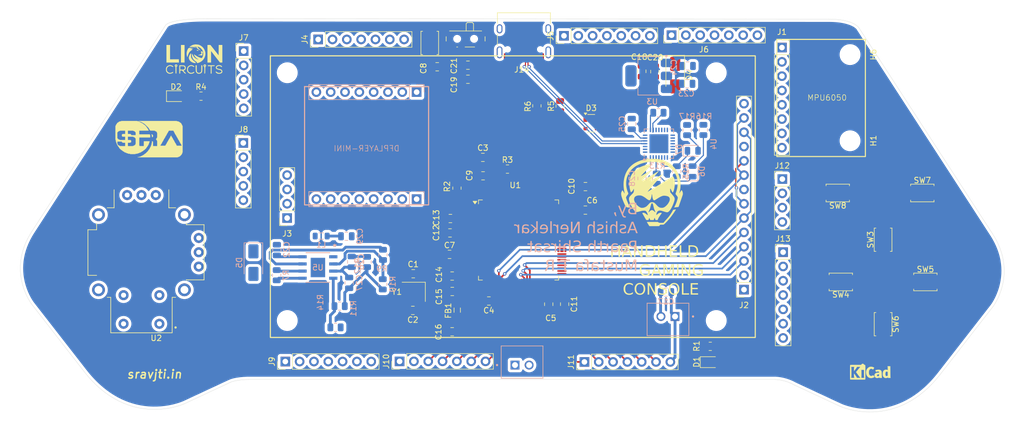
<source format=kicad_pcb>
(kicad_pcb (version 20241229) (generator "pcbnew") (generator_version "9.0")
  (layers (0 "F.Cu" signal) (2 "B.Cu" power) (13 "F.Paste" user) (15 "B.Paste" user) (5 "F.SilkS" user "F.Silkscreen") (7 "B.SilkS" user "B.Silkscreen") (1 "F.Mask" user) (3 "B.Mask" user) (25 "Edge.Cuts" user))
  (net 0 "")
  (net 1 "GND")
  (net 2 "/3.3V")
  (net 3 "/NRST")
  (net 4 "/HSE_IN")
  (net 5 "/HSE_OUT")
  (net 6 "Net-(C16-Pad1)")
  (net 7 "/SPI1_MISO")
  (net 8 "/SPI1_MOSI")
  (net 9 "/SPI1_SLK")
  (net 10 "/5V")
  (net 11 "Net-(U1-VDDA)")
  (net 12 "/RST")
  (net 13 "Net-(C26-Pad2)")
  (net 14 "/VBUS")
  (net 15 "Net-(D1-A)")
  (net 16 "/I2C2_SCL")
  (net 17 "/I2C2_SDA")
  (net 18 "Net-(U1-VCAP_1)")
  (net 19 "Net-(U1-VCAP_2)")
  (net 20 "Net-(D2-A)")
  (net 21 "/INT")
  (net 22 "/sw_boot0")
  (net 23 "Net-(D6-K)")
  (net 24 "Net-(D7-A)")
  (net 25 "Net-(D7-K)")
  (net 26 "/DC")
  (net 27 "/RESET")
  (net 28 "/IN")
  (net 29 "/T_CS")
  (net 30 "/L_CS")
  (net 31 "/12V")
  (net 32 "/SD_CS")
  (net 33 "/USART3_RX")
  (net 34 "Net-(D5-K)")
  (net 35 "/D-")
  (net 36 "/D+")
  (net 37 "/USART3_TX")
  (net 38 "/Push1")
  (net 39 "/Push2")
  (net 40 "/Push3")
  (net 41 "/Push4")
  (net 42 "/Push5")
  (net 43 "/Push6")
  (net 44 "/SPK1")
  (net 45 "/SPK2")
  (net 46 "/USART1_RX")
  (net 47 "/USART1_TX")
  (net 48 "Net-(D6-A)")
  (net 49 "Net-(U1-BOOT0)")
  (net 50 "/PA14")
  (net 51 "/PB0")
  (net 52 "/PC10")
  (net 53 "/PE3")
  (net 54 "/PB8")
  (net 55 "/PE15")
  (net 56 "/PA1")
  (net 57 "/PD1")
  (net 58 "/PC4")
  (net 59 "/PB4")
  (net 60 "/SW")
  (net 61 "/PC11")
  (net 62 "/PC1")
  (net 63 "/PD7")
  (net 64 "/PC0")
  (net 65 "/PC2")
  (net 66 "/PE2")
  (net 67 "/PE0")
  (net 68 "/PC3")
  (net 69 "/PA12")
  (net 70 "/PE13")
  (net 71 "/PA0")
  (net 72 "/PE5")
  (net 73 "/PB5")
  (net 74 "/H")
  (net 75 "/PE6")
  (net 76 "/PE7")
  (net 77 "/PA8")
  (net 78 "/PC5")
  (net 79 "/PD15")
  (net 80 "/PB3")
  (net 81 "/PD0")
  (net 82 "/PA13")
  (net 83 "/PB14")
  (net 84 "/EN")
  (net 85 "/PB1")
  (net 86 "/PA15")
  (net 87 "/PA11")
  (net 88 "/PC8")
  (net 89 "/PC15")
  (net 90 "/PC7")
  (net 91 "/PE14")
  (net 92 "/PA3")
  (net 93 "/PA2")
  (net 94 "/PE1")
  (net 95 "/PB9")
  (net 96 "/PC14")
  (net 97 "/PC13")
  (net 98 "/PC12")
  (net 99 "/PD2")
  (net 100 "/PC9")
  (net 101 "/V")
  (net 102 "/PA4")
  (net 103 "/PD6")
  (net 104 "/PB13")
  (net 105 "/PE8")
  (net 106 "/PE4")
  (net 107 "/PB15")
  (net 108 "Net-(U5-BST)")
  (net 109 "/RLED")
  (net 110 "Net-(U4-VDD)")
  (net 111 "Net-(U5-COMP)")
  (net 112 "Net-(U4-~{DTR})")
  (net 113 "Net-(U5-FREQ)")
  (net 114 "Net-(U4-~{RST})")
  (net 115 "Net-(U5-FB)")
  (net 138 "/PE12")
  (net 143 "Net-(J14-CC1)")
  (net 144 "Net-(J14-CC2)")
  (footprint "Resistor_SMD:R_0805_2012Metric" (layer "F.Cu") (at 92.44 77.63)
    (property "Reference" "R4")
    (property "Value" "0.3k")
  )
  (footprint "Logos:Lions_logo" (layer "F.Cu") (at 91.200484 71.049912)
    (property "Reference" "G***" (hide yes))
    (property "Value" "LOGO" (hide yes))
  )
  (footprint "Connector_PinHeader_2.54mm:PinHeader_1x07_P2.54mm_Vertical" (layer "F.Cu") (at 113.22 67.56 90)
    (property "Reference" "J4")
    (property "Value" "Conn_01x07_Pin")
  )
  (footprint "Connector_PinSocket_2.54mm:PinSocket_1x08_P2.54mm_Vertical" (layer "F.Cu") (at 195.47 69)
    (property "Reference" "J1")
    (property "Value" "MPU6050")
  )
  (footprint "JOYSTICK:XDCR_COM-09032" (layer "F.Cu") (at 81.88 105.35 180)
    (property "Reference" "U2")
    (property "Value" "JOYSTICK")
  )
  (footprint "Capacitor_SMD:C_0805_2012Metric" (layer "F.Cu") (at 160.61 97.86)
    (property "Reference" "C6")
    (property "Value" "2.2 µF")
  )
  (footprint "Logos:kicad_logo" (layer "F.Cu") (at 211.107538 126.511703)
    (property "Reference" "G***" (hide yes))
    (property "Value" "LOGO" (hide yes))
  )
  (footprint "Capacitor_SMD:C_0805_2012Metric" (layer "F.Cu") (at 154.11 114.57 -90)
    (property "Reference" "C5")
    (property "Value" "2.2 µF")
  )
  (footprint "Button_Switch_SMD:SW_Push_SPST_NO_Alps_SKRK" (layer "F.Cu") (at 220.37 94.82)
    (property "Reference" "SW7")
    (property "Value" "SW_Push")
  )
  (footprint "Capacitor_SMD:C_0805_2012Metric" (layer "F.Cu") (at 130.08 109.16)
    (property "Reference" "C1")
    (property "Value" "CL")
  )
  (footprint "Capacitor_SMD:C_0805_2012Metric" (layer "F.Cu") (at 142.46 91.77)
    (property "Reference" "C9")
    (property "Value" "100n")
  )
  (footprint "Button_Switch_SMD:SW_Push_SPST_NO_Alps_SKRK" (layer "F.Cu") (at 205.91 110.62 180)
    (property "Reference" "SW4")
    (property "Value" "SW_Push")
  )
  (footprint "Capacitor_SMD:C_0805_2012Metric" (layer "F.Cu") (at 136.52 105.72 180)
    (property "Reference" "C7")
    (property "Value" "100n")
  )
  (footprint "Connector_PinHeader_2.54mm:PinHeader_1x05_P2.54mm_Vertical" (layer "F.Cu") (at 99.94 85.94)
    (property "Reference" "J8")
    (property "Value" "Conn_01x05_Pin")
  )
  (footprint "Connector_USB:USB_C_Receptacle_HRO_TYPE-C-31-M-12" (layer "F.Cu") (at 149.71 66.72 180)
    (property "Reference" "J14")
    (property "Value" "USB_C_Receptacle_USB2.0_16P")
  )
  (footprint "Capacitor_SMD:C_0805_2012Metric" (layer "F.Cu") (at 139.78 72.13 180)
    (property "Reference" "C21")
    (property "Value" "100nF")
  )
  (footprint "Button_Switch_SMD:SW_Push_SPST_NO_Alps_SKRK" (layer "F.Cu") (at 133.01 68.18 -90)
    (property "Reference" "SW2" (hide yes))
    (property "Value" "SW_Push")
  )
  (footprint "Logos:sra_logo_big" (layer "F.Cu") (at 83.21 85.26)
    (property "Reference" "G***" (hide yes))
    (property "Value" "LOGO" (hide yes))
  )
  (footprint "Button_Switch_SMD:SW_Push_SPST_NO_Alps_SKRK" (layer "F.Cu") (at 205.37 94.82 180)
    (property "Reference" "SW8")
    (property "Value" "SW_Push")
  )
  (footprint "Capacitor_SMD:C_0805_2012Metric" (layer "F.Cu") (at 136.98 119.46 180)
    (property "Reference" "C16")
    (property "Value" "1u")
  )
  (footprint "MountingHole:MountingHole_3.2mm_M3" (layer "F.Cu") (at 107.74 73.47)
    (property "Reference" "H8" (hide yes))
    (property "Value" "MountingHole")
  )
  (footprint "Connector_PinHeader_2.54mm:PinHeader_1x07_P2.54mm_Vertical" (layer "F.Cu") (at 156.81 66.91 90)
    (property "Reference" "J5")
    (property "Value" "Conn_01x07_Pin")
  )
  (footprint "Capacitor_SMD:C_0805_2012Metric" (layer "F.Cu") (at 136.67 99.36 180)
    (property "Reference" "C13")
    (property "Value" "100n")
  )
  (footprint "Connector_PinHeader_2.54mm:PinHeader_1x07_P2.54mm_Vertical" (layer "F.Cu") (at 127.66 124.72 90)
    (property "Reference" "J10")
    (property "Value" "Conn_01x07_Pin")
  )
  (footprint "Capacitor_SMD:C_0805_2012Metric" (layer "F.Cu") (at 142.43 88.5)
    (property "Reference" "C3")
    (property "Value" "4.7u")
  )
  (footprint "Diode_SMD:D_SMA" (layer "F.Cu") (at 176.54 73.9 -90)
    (property "Reference" "D4")
    (property "Value" "SS14")
  )
  (footprint "Resistor_SMD:R_0805_2012Metric" (layer "F.Cu") (at 137.83 93.96 90)
    (property "Reference" "R2")
    (property "Value" "10K")
  )
  (footprint "Resistor_SMD:R_0805_2012Metric" (layer "F.Cu") (at 146.79 90.58)
    (property "Reference" "R3")
    (property "Value" "10k")
  )
  (footprint "Capacitor_SMD:C_0805_2012Metric" (layer "F.Cu") (at 160.62 93.69)
    (property "Reference" "C10")
    (property "Value" "100n")
  )
  (footprint "Button_Switch_SMD:SW_Push_SPST_NO_Alps_SKRK" (layer "F.Cu") (at 220.91 110.62)
    (property "Reference" "SW5")
    (property "Value" "SW_Push")
  )
  (footprint "Connector_PinSocket_2.54mm:PinSocket_1x14_P2.54mm_Vertical" (layer "F.Cu") (at 188.74 111.98 180)
    (property "Reference" "J2")
    (property "Value" "DISPLAY")
  )
  (footprint "Connector_PinHeader_2.54mm:PinHeader_1x07_P2.54mm_Vertical" (layer "F.Cu") (at 160.44 124.82 90)
    (property "Reference" "J11")
    (property "Value" "Conn_01x07_Pin")
  )
  (footprint "Connector_PinHeader_2.54mm:PinHeader_1x05_P2.54mm_Vertical" (layer "F.Cu") (at 100.01 69.63)
    (property "Reference" "J7")
    (property "Value" "Conn_01x05_Pin")
  )
  (footprint "Inductor_SMD:L_0805_2012Metric" (layer "F.Cu") (at 137.88 115.62 90)
    (property "Reference" "FB1")
    (property "Value" "120R")
  )
  (footprint "Package_TO_SOT_SMD:SOT-143" (layer "F.Cu") (at 161.63 82.45)
    (property "Reference" "D3")
    (property "Value" "SP0503BAHT")
  )
  (footprint "Resistor_SMD:R_0805_2012Metric" (layer "F.Cu") (at 152.01 79.35 -90)
    (property "Reference" "R6")
    (property "Value" "5.1K")
  )
  (footprint "Resistor_SMD:R_0805_2012Metric" (layer "F.Cu") (at 156.13 79.4 -90)
    (property "Reference" "R5")
    (property "Value" "5.1K")
  )
  (footprint "MountingHole:MountingHole_3.2mm_M3" (layer "F.Cu") (at 183.82 73.47)
    (property "Reference" "H7" (hide yes))
    (property "Value" "MountingHole")
  )
  (footprint "Capacitor_SMD:C_0805_2012Metric" (layer "F.Cu") (at 134.33 72.41 180)
    (property "Reference" "C8")
    (property "Value" "100n")
  )
  (footprint "Capacitor_SMD:C_0805_2012Metric" (layer "F.Cu") (at 170.62 73.21 90)
    (property "Reference" "C18")
    (property "Value" "10uF")
  )
  (footprint "MountingHole:MountingHole_3.2mm_M3" (layer "F.Cu") (at 183.82 117.47)
    (property "Reference" "H2" (hide yes))
    (property "Value" "MountingHole")
  )
  (footprint "Button_Switch_SMD:SW_Push_SPST_NO_Alps_SKRK" (layer "F.Cu") (at 213.41 118.12 -90)
    (property "Reference" "SW6")
    (property "Value" "SW_Push")
  )
  (footprint "Resistor_SMD:R_0805_2012Metric" (layer "F.Cu") (at 182.76 122.05 180)
    (property "Reference" "R1")
    (property "Value" "0.3k")
  )
  (footprint "Capacitor_SMD:C_0805_2012Metric" (layer "F.Cu") (at 137 112.31 180)
    (property "Reference" "C15")
    (property "Value" "1u")
  )
  (footprint "MountingHole:MountingHole_3.2mm_M3" (layer "F.Cu") (at 107.74 117.47)
    (property "Reference" "H3" (hide yes))
    (property "Value" "MountingHole")
  )
  (footprint "Package_QFP:LQFP-100_14x14mm_P0.5mm" (layer "F.Cu") (at 148.765 103.17)
    (property "Reference" "U1")
    (property "Value" "STM32F407VGTx")
  )
  (footprint "Capacitor_SMD:C_0805_2012Metric" (layer "F.Cu") (at 156.93 114.56 -90)
    (property "Reference" "C11")
    (property "Value" "100n")
  )
  (footprint "MountingHole:MountingHole_3.2mm_M3" (layer "F.Cu") (at 207.55 85.55 -90)
    (property "Reference" "H1")
    (property "Value" "MountingHole")
  )
  (footprint "Capacitor_SMD:C_0805_2012Metric" (layer "F.Cu") (at 136.98 109.57 180)
    (property "Reference" "C14")
    (property "Value" "10n")
  )
  (footprint "LED_SMD:LED_0805_2012Metric" (layer "F.Cu") (at 182.6725 124.86)
    (property "Reference" "D1")
    (property "Value" "LED")
  )
  (footprint "Capacitor_SMD:C_0805_2012Metric" (layer "F.Cu") (at 136.6 101.91 180)
    (property "Reference" "C12")
    (property "Value" "100n")
  )
  (footprint "Capacitor_SMD:C_0805_2012Metric" (layer "F.Cu") (at 172.93 73.27 90)
    (property "Reference" "C20")
    (property "Value" "0.1uF")
  )
  (footprint "Button_Switch_SMD:SW_Push_SPST_NO_Alps_SKRK" (layer "F.Cu") (at 213.41 103.12 90)
    (property "Reference" "SW3")
    (property "Value" "SW_Push")
  )
  (footprint "Connector_PinHeader_2.54mm:PinHeader_1x07_P2.54mm_Vertical" (layer "F.Cu") (at 195.68 105.33)
    (property "Reference" "J13")
    (property "Value" "Conn_01x07_Pin")
  )
  (footprint "Crystal:Crystal_SMD_3225-4Pin_3.2x2.5mm" (layer "F.Cu") (at 130.16 112.38 180)
    (property "Reference" "Y1")
    (property "Value" "Crystal_GND24")
  )
  (footprint "Button_Switch_SMD:SW_SPDT_PCM12" (layer "F.Cu") (at 139.37 67.785 180)
    (property "Reference" "SW1" (hide yes))
    (property "Value" "SW_SPDT")
  )
  (footprint "Capacitor_SMD:C_0805_2012Metric" (layer "F.Cu") (at 130.01 115.67 180)
    (property "Reference" "C2")
    (property "Value" "CL")
  )
  (footprint "Capacitor_SMD:C_0805_2012Metric" (layer "F.Cu") (at 139.78 74.63 180)
    (property "Reference" "C19")
    (property "Value" "100nF")
  )
  (footprint "LED_SMD:LED_0805_2012Metric" (layer "F.Cu") (at 88 77.63)
    (property "Reference" "D2")
    (property "Value" "LED")
  )
  (footprint "Connector_PinHeader_2.54mm:PinHeader_1x04_P2.54mm_Vertical" (layer "F.Cu") (at 195.54 92.35)
    (property "Reference" "J12")
    (property "Value" "Conn_01x04_Pin")
  )
  (footprint "Connector_PinHeader_2.54mm:PinHeader_1x07_P2.54mm_Vertical" (layer "F.Cu") (at 107.39 124.75 90)
    (property "Reference" "J9")
    (property "Value" "Conn_01x07_Pin")
  )
  (footprint "logos:sra_skull_big" (layer "F.Cu") (at 172.49 94.76)
    (property "Reference" "G***" (hide yes))
    (property "Value" "LOGO" (hide yes))
  )
  (footprint "Connector_PinHeader_2.54mm:PinHeader_1x07_P2.54mm_Vertical" (layer "F.Cu") (at 175.89 66.8 90)
    (property "Reference" "J6")
    (property "Value" "Conn_01x07_Pin")
  )
  (footprint "Connector_PinSocket_2.54mm:PinSocket_1x04_P2.54mm_Vertical" (layer "F.Cu") (at 107.715 99.27 180)
    (property "Reference" "J3")
    (property "Value" "SDCARD")
  )
  (footprint "Capacitor_SMD:C_0805_2012Metric" (layer "F.Cu") (at 143.49 114 180)
    (property "Reference" "C4")
    (property "Value" "100n")
  )
  (footprint "MountingHole:MountingHole_3.2mm_M3" (layer "F.Cu") (at 207.55 70.25 -90)
    (property "Reference" "H6")
    (property "Value" "MountingHole")
  )
  (footprint "JST:JST_B2B-XH-A__LF__SN_" (layer "B.Cu") (at 149.38 124.85 180)
    (property "Reference" "J17" (hide yes))
    (property "Value" "B2B-XH-A__LF__SN_")
  )
  (footprint "Package_TO_SOT_SMD:SOT-223-3_TabPin2" (layer "B.Cu") (at 171.84 74.0275 180)
    (property "Reference" "U3")
    (property "Value" "AMS1117-3.3")
  )
  (footprint "Resistor_SMD:R_0805_2012Metric" (layer "B.Cu") (at 121.89 107.07 -90)
    (property "Reference" "R12")
    (property "Value" "68.1k")
  )
  (footprint "Capacitor_SMD:C_0805_2012Metric" (layer "B.Cu") (at 118.22 102.51)
    (property "Reference" "C29")
    (property "Value" "22uF 6.3V")
  )
  (footprint "Capacitor_SMD:C_0805_2012Metric" (layer "B.Cu") (at 170.65 92.24 90)
    (property "Reference" "C28")
    (property "Value" "100nF")
  )
  (footprint "Resistor_SMD:R_0805_2012Metric" (layer "B.Cu") (at 173.56 80.57)
    (property "Reference" "R8" (hide yes))
    (property "Value" "10K")
  )
  (footprint "Capacitor_SMD:C_0805_2012Metric" (layer "B.Cu") (at 119.16415 107.045 90)
    (property "Reference" "C26")
    (property "Value" "220pF")
  )
  (footprint "Resistor_SMD:R_0805_2012Metric" (layer "B.Cu") (at 117.02415 114.915)
    (property "Reference" "R11")
    (property "Value" "40.2k")
  )
  (footprint "Resistor_SMD:R_0805_2012Metric" (layer "B.Cu") (at 176.81 90.99 90)
    (property "Reference" "R15")
    (property "Value" "1K")
  )
  (footprint "Resistor_SMD:R_0805_2012Metric" (layer "B.Cu") (at 181.54 83.63 -90)
    (property "Reference" "R16")
    (property "Value" "0.5K")
  )
  (footprint "LED_SMD:LED_0805_2012Metric" (layer "B.Cu") (at 179.62 90.99 90)
    (property "Reference" "D6")
    (property "Value" "LED")
  )
  (footprint "JST:JST_B2B-XH-A__LF__SN_" (layer "B.Cu") (at 175.26 117.275)
    (property "Reference" "J18" (hide yes))
    (property "Value" "B2B-XH-A__LF__SN_")
  )
  (footprint "LED_SMD:LED_0805_2012Metric" (layer "B.Cu") (at 179.65 87.33)
    (property "Reference" "D7")
    (property "Value" "LED")
  )
  (footprint "Capacitor_SMD:C_0805_2012Metric" (layer "B.Cu") (at 168.83 82.56 -90)
    (property "Reference" "C25")
    (property "Value" "100nF")
  )
  (footprint "Capacitor_SMD:C_0805_2012Metric" (layer "B.Cu") (at 178.66 75.43 180)
    (property "Reference" "C23")
    (property "Value" "22uF")
  )
  (footprint "Resistor_SMD:R_0805_2012Metric" (layer "B.Cu") (at 178.65 83.65 -90)
    (property "Reference" "R17")
    (property "Value" "0.5K")
  )
  (footprint "Resistor_SMD:R_0805_2012Metric" (layer "B.Cu") (at 124.71 105.81 -90)
    (property "Reference" "R9")
    (property "Value" "100k")
  )
  (footprint "Capacitor_SMD:C_0805_2012Metric" (layer "B.Cu") (at 118.71415 110.785 -90)
    (property "Reference" "C27")
    (property "Value" "NS")
  )
  (footprint "Diode_SMD:D_SMA" (layer "B.Cu") (at 101.73415 107.1875 -90)
    (property "Reference" "D5")
    (property "Value" "1N5822")
  )
  (footprint "Capacitor_SMD:C_0805_2012Metric" (layer "B.Cu") (at 105.89415 104.955 -90)
    (property "Reference" "C22")
    (property "Value" "100nF")
  )
  (footprint "Connector_PinSocket_2.54mm:PinSocket_1x08_P2.54mm_Vertical" (layer "B.Cu") (at 130.68 76.91 90)
    (property "Reference" "J16" (hide yes))
    (property "Value" "Conn_01x08_Pin")
  )
  (footprint "Resistor_SMD:R_0805_2012Metric" (layer "B.Cu") (at 173.27 92.27 90)
    (property "Reference" "R13")
    (property "Value" "1K")
  )
  (footprint "Capacitor_SMD:C_0805_2012Metric" (layer "B.Cu") (at 174.9 112.43)
    (property "Reference" "C17")
    (property "Value" "10uF 50V")
  )
  (footprint "Resistor_SMD:R_0805_2012Metric" (layer "B.Cu") (at 105.86415 109.425 90)
    (property "Reference" "R7")
    (property "Value" "200k")
  )
  (footprint "Package_DFN_QFN:QFN-28-1EP_5x5mm_P0.5mm_EP3.35x3.35mm" (layer "B.Cu") (at 173.65 86.07)
    (property "Reference" "U4")
    (property "Value" "CP2102N-Axx-xQFN28")
  )
  (footprint "Connector_PinSocket_2.54mm:PinSocket_1x08_P2.54mm_Vertical" (layer "B.Cu") (at 130.68 95.91 90)
    (property "Reference" "J15" (hide yes))
    (property "Value" "Conn_01x08_Pin")
  )
  (footprint "Inductor_SMD:L_0805_2012Metric" (layer "B.Cu") (at 113.75 102.47)
    (property "Reference" "L1")
    (property "Value" "10uH")
  )
  (footprint "footprints:SOIC8E_MPS" (layer "B.Cu") (at 113.17415 108.055 180)
    (property "Reference" "U5")
    (property "Value" "MP1584EN-LF")
  )
  (footprint "Resistor_SMD:R_0805_2012Metric" (layer "B.Cu") (at 124.67 111.04 -90)
    (property "Reference" "R10")
    (property "Value" "24.9k")
  )
  (footprint "Resistor_SMD:R_0805_2012Metric" (layer "B.Cu") (at 116.29415 118.685)
    (property "Reference" "R14")
    (property "Value" "124k")
  )
  (footprint "Capacitor_SMD:C_0805_2012Metric" (layer "B.Cu") (at 178.74 72.27 180)
    (property "Reference" "C24")
    (property "Value" "0.1uF")
  )
  (gr_rect (start 194.57 67.55) (end 210.27 88.35) (stroke (width 0.2)) (fill no) (layer "F.SilkS"))
  (gr_rect (start 104.74 70.47) (end 190.74 120.47) (stroke (width 0.2)) (fill no) (layer "F.SilkS"))
  (gr_rect (start 110.805 75.935) (end 132.805 96.935) (stroke (width 0.2)) (fill no) (layer "B.SilkS"))
  (gr_line (start 232.9 115) (end 223.56 127.01) (stroke (width 0.05)) (layer "Edge.Cuts"))
  (gr_curve (pts (xy 197.68 128.92) (xy 195.95 127.93) (xy 194.24 127.94) (xy 194.24 127.94)) (stroke (width 0.05)) (layer "Edge.Cuts"))
  (gr_line (start 89.5 132.24) (end 97.61 128.46) (stroke (width 0.05)) (layer "Edge.Cuts"))
  (gr_line (start 93.51 63.875) (end 203.77 63.945) (stroke (width 0.05)) (layer "Edge.Cuts"))
  (gr_curve (pts (xy 93.51 63.875) (xy 86.91515 63.870813) (xy 86.19 64.99) (xy 86.19 64.99)) (stroke (width 0.05)) (layer "Edge.Cuts"))
  (gr_curve (pts (xy 97.61 128.46) (xy 98.725661 127.94) (xy 100.91 127.94) (xy 100.91 127.94)) (stroke (width 0.05)) (layer "Edge.Cuts"))
  (gr_line (start 194.24 127.94) (end 100.91 127.94) (stroke (width 0.05)) (layer "Edge.Cuts"))
  (gr_curve (pts (xy 62.45 101.63) (xy 57.85969 108.714623) (xy 62.39 114.54) (xy 62.39 114.54)) (stroke (width 0.05)) (layer "Edge.Cuts"))
  (gr_line (start 86.19 64.99) (end 62.45 101.63) (stroke (width 0.05)) (layer "Edge.Cuts"))
  (gr_line (start 62.39 114.54) (end 71.73 126.55) (stroke (width 0.05)) (layer "Edge.Cuts"))
  (gr_curve (pts (xy 71.73 126.55) (xy 79.705328 136.805211) (xy 89.5 132.24) (xy 89.5 132.24)) (stroke (width 0.05)) (layer "Edge.Cuts"))
  (gr_line (start 205.79 132.7) (end 197.68 128.92) (stroke (width 0.05)) (layer "Edge.Cuts"))
  (gr_curve (pts (xy 223.56 127.01) (xy 215.584672 137.265211) (xy 205.79 132.7) (xy 205.79 132.7)) (stroke (width 0.05)) (layer "Edge.Cuts"))
  (gr_curve (pts (xy 232.84 102.09) (xy 237.43031 109.174623) (xy 232.9 115) (xy 232.9 115)) (stroke (width 0.05)) (layer "Edge.Cuts"))
  (gr_line (start 209.1 65.45) (end 232.84 102.09) (stroke (width 0.05)) (layer "Edge.Cuts"))
  (gr_curve (pts (xy 203.77 63.945) (xy 208.124142 63.947764) (xy 209.1 65.45) (xy 209.1 65.45)) (stroke (width 0.05)) (layer "Edge.Cuts"))
  (gr_text "MPU6050" (at 199.91 78.49 0) (layer "F.SilkS") (effects (font (size 1 1) (thickness 0.1)) (justify left bottom)))
  (gr_text "HANDHELD \nGAMING\nCONSOLE " (at 181.67 113.21 0) (layer "F.SilkS") (effects (font (size 2 2) (thickness 0.1)) (justify right bottom)))
  (gr_text "sravjti.in" (at 79.18 127.88 -0) (layer "F.SilkS") (effects (font (size 1.5 1.5) (thickness 0.25) (italic yes)) (justify left bottom)))
  (gr_text "DFPLAYER-MINI" (at 127.705 87.505 -0) (layer "B.SilkS") (effects (font (size 1 1) (thickness 0.1)) (justify left bottom mirror)))
  (gr_text "By,\nAshish Nerlekar\nPaarth Shirsat\nMustafa T R\n" (at 169.915 109.02 0) (layer "B.SilkS") (effects (font (size 2 2) (thickness 0.3)) (justify left bottom mirror)))
  (segment (start 157.79 97.67) (end 161.57 93.89) (width 0.2) (layer "F.Cu") (net 1))
  (segment (start 143.265 94.255) (end 143.41 94.11) (width 0.3) (layer "F.Cu") (net 1))
  (segment (start 161.57 93.89) (end 161.57 93.69) (width 0.2) (layer "F.Cu") (net 1))
  (segment (start 143.41 94.11) (end 143.41 91.77) (width 0.3) (layer "F.Cu") (net 1))
  (segment (start 143.265 95.495) (end 143.265 94.255) (width 0.3) (layer "F.Cu") (net 1))
  (segment (start 143.265 113.275) (end 142.54 114) (width 0.2) (layer "F.Cu") (net 1))
  (segment (start 156.44 97.67) (end 157.79 97.67) (width 0.2) (layer "F.Cu") (net 1))
  (segment (start 143.265 110.845) (end 143.265 113.275) (width 0.2) (layer "F.Cu") (net 1))
  (segment (start 121.89 109.1725) (end 124.67 111.9525) (width 0.5) (layer "B.Cu") (net 1))
  (segment (start 176.51 123.99) (end 175.68 124.82) (width 0.5) (layer "B.Cu") (net 1))
  (segment (start 121.89 108.55915) (end 118.71415 111.735) (width 0.5) (layer "B.Cu") (net 1))
  (segment (start 121.89 107.9825) (end 121.89 108.55915) (width 0.5) (layer "B.Cu") (net 1))
  (segment (start 175.85 116.09) (end 176.51 116.75) (width 0.5) (layer "B.Cu") (net 1))
  (segment (start 176.51 116.75) (end 176.51 123.99) (width 0.5) (layer "B.Cu") (net 1))
  (segment (start 106.24165 109.96) (end 105.86415 110.3375) (width 0.5) (layer "B.Cu") (net 1))
  (segment (start 175.85 112.43) (end 175.85 116.09) (width 0.5) (layer "B.Cu") (net 1))
  (segment (start 117.93665 114.915) (end 117.93665 112.5125) (width 0.5) (layer "B.Cu") (net 1))
  (segment (start 117.93665 112.5125) (end 118.71415 111.735) (width 0.5) (layer "B.Cu") (net 1))
  (segment (start 121.89 107.9825) (end 121.89 109.1725) (width 0.5) (layer "B.Cu") (net 1))
  (segment (start 110.45 109.96) (end 106.24165 109.96) (width 0.5) (layer "B.Cu") (net 1))
  (segment (start 137.93 99.67) (end 137.62 99.36) (width 0.2) (layer "F.Cu") (net 2))
  (segment (start 157.69 97.17) (end 159.67 95.19) (width 0.2) (layer "F.Cu") (net 2))
  (segment (start 143.765 113.325) (end 144.44 114) (width 0.2) (layer "F.Cu") (net 2))
  (segment (start 141.51 93.07) (end 141.51 91.77) (width 0.3) (layer "F.Cu") (net 2))
  (segment (start 159.67 95.19) (end 159.67 93.69) (width 0.2) (layer "F.Cu") (net 2))
  (segment (start 141.09 107.17) (end 138.92 107.17) (width 0.3) (layer "F.Cu") (net 2))
  (segment (start 137.92 106.17) (end 137.47 105.72) (width 0.2) (layer "F.Cu") (net 2))
  (segment (start 141.09 102.17) (end 137.81 102.17) (width 0.3) (layer "F.Cu") (net 2))
  (segment (start 143.765 110.845) (end 143.765 113.325) (width 0.2) (layer "F.Cu") (net 2))
  (segment (start 154.765 111.445) (end 156.93 113.61) (width 0.2) (layer "F.Cu") (net 2))
  (segment (start 137.81 102.17) (end 137.55 101.91) (width 0.2) (layer "F.Cu") (net 2))
  (segment (start 137.62 99.36) (end 137.62 101.84) (width 0.5) (layer "F.Cu") (net 2))
  (segment (start 137.62 101.84) (end 137.55 101.91) (width 0.2) (layer "F.Cu") (net 2))
  (segment (start 141.09 99.67) (end 137.93 99.67) (width 0.3) (layer "F.Cu") (net 2))
  (segment (start 154.765 110.845) (end 154.765 111.445) (width 0.2) (layer "F.Cu") (net 2))
  (segment (start 141.09 106.17) (end 137.92 106.17) (width 0.3) (layer "F.Cu") (net 2))
  (segment (start 138.92 107.17) (end 137.47 105.72) (width 0.3) (layer "F.Cu") (net 2))
  (segment (start 142.765 94.325) (end 141.51 93.07) (width 0.3) (layer "F.Cu") (net 2))
  (segment (start 142.765 95.495) (end 142.765 94.325) (width 0.3) (layer "F.Cu") (net 2))
  (segment (start 156.44 97.17) (end 157.69 97.17) (width 0.2) (layer "F.Cu") (net 2))
  (segment (start 117.23 102.47) (end 117.27 102.51) (width 0.5) (layer "B.Cu") (net 2))
  (segment (start 114.8125 102.47) (end 117.23 102.47) (width 0.5) (layer "B.Cu") (net 2))
  (segment (start 145.265 108.635) (end 145.26 108.63) (width 0.3) (layer "F.Cu") (net 7))
  (segment (start 145.265 110.845) (end 145.265 108.635) (width 0.3) (layer "F.Cu") (net 7))
  (via (at 145.26 108.63) (size 0.6) (drill 0.3) (layers "F.Cu" "B.Cu") (net 7))
  (segment (start 148.99 104.9) (end 175.5 104.9) (width 0.3) (layer "B.Cu") (net 7))
  (segment (start 187.539 90.459) (end 188.74 91.66) (width 0.3) (layer "B.Cu") (net 7))
  (segment (start 187.539 82.701) (end 187.539 90.459) (width 0.3) (layer "B.Cu") (net 7))
  (segment (start 175.5 104.9) (end 188.74 91.66) (width 0.3) (layer "B.Cu") (net 7))
  (segment (start 145.26 108.63) (end 148.99 104.9) (width 0.3) (layer "B.Cu") (net 7))
  (segment (start 188.74 81.5) (end 187.539 82.701) (width 0.3) (layer "B.Cu") (net 7))
  (segment (start 145.765 109.715) (end 146.29 109.19) (width 0.3) (layer "F.Cu") (net 8))
  (segment (start 145.765 110.845) (end 145.765 109.715) (width 0.3) (layer "F.Cu") (net 8))
  (via (at 146.29 109.19) (size 0.6) (drill 0.3) (layers "F.Cu" "B.Cu") (net 8))
  (segment (start 189.941 85.241) (end 189.941 98.079) (width 0.3) (layer "B.Cu") (net 8))
  (segment (start 146.29 109.19) (end 149.44 106.04) (width 0.3) (layer "B.Cu") (net 8))
  (segment (start 188.74 84.04) (end 189.941 85.241) (width 0.3) (layer "B.Cu") (net 8))
  (segment (start 149.44 106.04) (end 181.98 106.04) (width 0.3) (layer "B.Cu") (net 8))
  (segment (start 189.941 98.079) (end 188.74 99.28) (width 0.3) (layer "B.Cu") (net 8))
  (segment (start 181.98 106.04) (end 188.74 99.28) (width 0.3) (layer "B.Cu") (net 8))
  (segment (start 187.32 93.82) (end 187.40962 93.90962) (width 0.3) (layer "F.Cu") (net 9))
  (segment (start 188.74 89.12) (end 187.32 90.54) (width 0.3) (layer "F.Cu") (net 9))
  (segment (start 187.32 90.54) (end 187.32 93.82) (width 0.3) (layer "F.Cu") (net 9))
  (via (at 187.40962 93.90962) (size 0.6) (drill 0.3) (layers "F.Cu" "B.Cu") (net 9))
  (segment (start 187.40962 93.90962) (end 187.40962 95.40962) (width 0.3) (layer "B.Cu") (net 9))
  (segment (start 187.40962 95.40962) (end 188.74 96.74) (width 0.3) (layer "B.Cu") (net 9))
  (segment (start 139.07 107.67) (end 137.93 108.81) (width 0.3) (layer "F.Cu") (net 11))
  (segment (start 141.09 107.67) (end 139.07 107.67) (width 0.3) (layer "F.Cu") (net 11))
  (segment (start 137.93 108.81) (end 137.93 109.57) (width 0.2) (layer "F.Cu") (net 11))
  (segment (start 121.8275 106.095) (end 121.89 106.1575) (width 0.5) (layer "B.Cu") (net 13))
  (segment (start 119.16415 106.095) (end 121.8275 106.095) (width 0.5) (layer "B.Cu") (net 13))
  (segment (start 172.15 83.62) (end 172.15 81.0675) (width 0.2) (layer "B.Cu") (net 14))
  (segment (start 172.15 81.0675) (end 172.6475 80.57) (width 0.2) (layer "B.Cu") (net 14))
  (segment (start 154.265 110.845) (end 154.265 113.465) (width 0.2) (layer "F.Cu") (net 18))
  (segment (start 154.265 113.465) (end 154.11 113.62) (width 0.2) (layer "F.Cu") (net 18))
  (segment (start 159.66 97.86) (end 159.35 98.17) (width 0.2) (layer "F.Cu") (net 19))
  (segment (start 159.35 98.17) (end 156.44 98.17) (width 0.2) (layer "F.Cu") (net 19))
  (segment (start 174.6285 92.716) (end 178.8315 92.716) (width 0.2) (layer "B.Cu") (net 23))
  (segment (start 173.15 91.2375) (end 173.15 88.52) (width 0.2) (layer "B.Cu") (net 23))
  (segment (start 178.8315 92.716) (end 179.62 91.9275) (width 0.2) (layer "B.Cu") (net 23))
  (segment (start 173.27 91.3575) (end 174.6285 92.716) (width 0.2) (layer "B.Cu") (net 23))
  (segment (start 173.27 91.3575) (end 173.15 91.2375) (width 0.2) (layer "B.Cu") (net 23))
  (segment (start 180.5875 86.5) (end 178.65 84.5625) (width 0.2) (layer "B.Cu") (net 24))
  (segment (start 180.5875 87.33) (end 180.5875 86.5) (width 0.2) (layer "B.Cu") (net 24))
  (segment (start 174.7075 90.0775) (end 173.65 89.02) (width 0.2) (layer "B.Cu") (net 25))
  (segment (start 176.81 90.0775) (end 174.7075 90.0775) (width 0.2) (layer "B.Cu") (net 25))
  (segment (start 178.7125 88.175) (end 178.7125 87.33) (width 0.2) (layer "B.Cu") (net 25))
  (segment (start 176.81 90.0775) (end 178.7125 88.175) (width 0.2) (layer "B.Cu") (net 25))
  (segment (start 173.65 89.02) (end 173.65 88.52) (width 0.2) (layer "B.Cu") (net 25))
  (segment (start 150.765 110.845) (end 150.765 108.551595) (width 0.3) (layer "F.Cu") (net 26))
  (segment (start 150.765 108.551595) (end 149.822312 107.608907) (width 0.3) (layer "F.Cu") (net 26))
  (via (at 149.822312 107.608907) (size 0.6) (drill 0.3) (layers "F.Cu" "B.Cu") (net 26))
  (segment (start 150.161219 107.27) (end 183.29 107.27) (width 0.3) (layer "B.Cu") (net 26))
  (segment (start 183.29 107.27) (end 188.74 101.82) (width 0.3) (layer "B.Cu") (net 26))
  (segment (start 149.822312 107.608907) (end 150.161219 107.27) (width 0.3) (layer "B.Cu") (net 26))
  (segment (start 150.265 109.324392) (end 149.579279 108.638671) (width 0.3) (layer "F.Cu") (net 27))
  (segment (start 150.265 110.845) (end 150.265 109.324392) (width 0.3) (layer "F.Cu") (net 27))
  (via (at 149.579279 108.638671) (size 0.6) (drill 0.3) (layers "F.Cu" "B.Cu") (net 27))
  (segment (start 149.579279 108.638671) (end 149.97795 108.24) (width 0.3) (layer "B.Cu") (net 27))
  (segment (start 149.97795 108.24) (end 184.86 108.24) (width 0.3) (layer "B.Cu") (net 27))
  (segment (start 184.86 108.24) (end 188.74 104.36) (width 0.3) (layer "B.Cu") (net 27))
  (segment (start 149.765 110.845) (end 149.765 109.925) (width 0.3) (layer "F.Cu") (net 30))
  (segment (start 149.765 109.925) (end 149.16 109.32) (width 0.3) (layer "F.Cu") (net 30))
  (via (at 149.16 109.32) (size 0.6) (drill 0.3) (layers "F.Cu" "B.Cu") (net 30))
  (segment (start 186.32 109.32) (end 188.74 106.9) (width 0.3) (layer "B.Cu") (net 30))
  (segment (start 149.16 109.32) (end 186.32 109.32) (width 0.3) (layer "B.Cu") (net 30))
  (segment (start 173.95 116.69) (end 174.01 116.75) (width 0.5) (layer "B.Cu") (net 31))
  (segment (start 124.2555 104.443) (end 124.71 104.8975) (width 0.5) (layer "B.Cu") (net 31))
  (segment (start 104.71815 106.452292) (end 104.71815 105.357708) (width 0.5) (layer "B.Cu") (net 31))
  (segment (start 105.685858 107.42) (end 104.71815 106.452292) (width 0.5) (layer "B.Cu") (net 31))
  (segment (start 118.101494 104.443) (end 124.2555 104.443) (width 0.5) (layer "B.Cu") (net 31))
  (segment (start 104.71815 105.357708) (end 105.120858 104.955) (width 0.5) (layer "B.Cu") (net 31))
  (segment (start 117.589494 104.955) (end 118.101494 104.443) (width 0.5) (layer "B.Cu") (net 31))
  (segment (start 105.120858 104.955) (end 117.589494 104.955) (width 0.5) (layer "B.Cu") (net 31))
  (segment (start 110.45 107.42) (end 105.685858 107.42) (width 0.5) (layer "B.Cu") (net 31))
  (segment (start 173.95 112.43) (end 173.95 116.69) (width 0.5) (layer "B.Cu") (net 31))
  (segment (start 150.435001 70.789999) (end 150.435001 72.209345) (width 0.2) (layer "F.Cu") (net 35))
  (segment (start 150.46 70.765) (end 150.435001 70.789999) (width 0.2) (layer "F.Cu") (net 35))
  (segment (start 150.435001 72.209345) (end 150.635 72.409344) (width 0.2) (layer "F.Cu") (net 35))
  (via (at 150.635 72.409344) (size 0.6) (drill 0.3) (layers "F.Cu" "B.Cu") (net 35))
  (segment (start 170.599999 85.57) (end 171.2 85.57) (width 0.2) (layer "B.Cu") (net 35))
  (segment (start 163.607053 85.595) (end 170.574999 85.595) (width 0.2) (layer "B.Cu") (net 35))
  (segment (start 150.635 72.409344) (end 150.635 72.622947) (width 0.2) (layer "B.Cu") (net 35))
  (segment (start 170.574999 85.595) (end 170.599999 85.57) (width 0.2) (layer "B.Cu") (net 35))
  (segment (start 150.635 72.622947) (end 163.607053 85.595) (width 0.2) (layer "B.Cu") (net 35))
  (segment (start 149.984999 72.209345) (end 149.785 72.409344) (width 0.2) (layer "F.Cu") (net 36))
  (segment (start 149.984999 70.789999) (end 149.984999 72.209345) (width 0.2) (layer "F.Cu") (net 36))
  (segment (start 149.96 70.765) (end 149.984999 70.789999) (width 0.2) (layer "F.Cu") (net 36))
  (via (at 149.785 72.409344) (size 0.6) (drill 0.3) (layers "F.Cu" "B.Cu") (net 36))
  (segment (start 170.599999 86.07) (end 171.2 86.07) (width 0.2) (layer "B.Cu") (net 36))
  (segment (start 149.785 72.409344) (end 163.420656 86.045) (width 0.2) (layer "B.Cu") (net 36))
  (segment (start 170.574999 86.045) (end 170.599999 86.07) (width 0.2) (layer "B.Cu") (net 36))
  (segment (start 163.420656 86.045) (end 170.574999 86.045) (width 0.2) (layer "B.Cu") (net 36))
  (segment (start 181.54 84.5425) (end 181.54 88.1325) (width 0.2) (layer "B.Cu") (net 48))
  (segment (start 181.54 88.1325) (end 179.62 90.0525) (width 0.2) (layer "B.Cu") (net 48))
  (segment (start 142.03426 123.04574) (end 144.13574 123.04574) (width 0.3) (layer "F.Cu") (net 51))
  (segment (start 140.36 124.72) (end 142.03426 123.04574) (width 0.3) (layer "F.Cu") (net 51))
  (segment (start 144.13574 123.04574) (end 147.265 119.91648) (width 0.3) (layer "F.Cu") (net 51))
  (segment (start 147.265 119.91648) (end 147.265 110.845) (width 0.3) (layer "F.Cu") (net 51))
  (segment (start 152.765 115.845) (end 156.16 119.24) (width 0.3) (layer "F.Cu") (net 55))
  (segment (start 156.16 119.24) (end 167.56 119.24) (width 0.3) (layer "F.Cu") (net 55))
  (segment (start 152.765 110.845) (end 152.765 115.845) (width 0.3) (layer "F.Cu") (net 55))
  (segment (start 167.56 119.24) (end 173.14 124.82) (width 0.3) (layer "F.Cu") (net 55))
  (segment (start 143.51 121.52) (end 146.265 118.765) (width 0.3) (layer "F.Cu") (net 58))
  (segment (start 146.265 110.845) (end 146.265 118.765) (width 0.3) (layer "F.Cu") (net 58))
  (segment (start 138.48 121.52) (end 135.28 124.72) (width 0.3) (layer "F.Cu") (net 58))
  (segment (start 138.48 121.52) (end 143.51 121.52) (width 0.3) (layer "F.Cu") (net 58))
  (segment (start 164.3 121.06) (end 168.06 124.82) (width 0.3) (layer "F.Cu") (net 70))
  (segment (start 151.765 116.285) (end 156.54 121.06) (width 0.3) (layer "F.Cu") (net 70))
  (segment (start 151.765 110.845) (end 151.765 116.285) (width 0.3) (layer "F.Cu") (net 70))
  (segment (start 156.54 121.06) (end 164.3 121.06) (width 0.3) (layer "F.Cu") (net 70))
  (segment (start 158 124.82) (end 148.765 115.585) (width 0.3) (layer "F.Cu") (net 76))
  (segment (start 148.765 115.585) (end 148.765 110.845) (width 0.3) (layer "F.Cu") (net 76))
  (segment (start 160.44 124.82) (end 158 124.82) (width 0.3) (layer "F.Cu") (net 76))
  (segment (start 146.765 110.845) (end 146.765 119.335) (width 0.3) (layer "F.Cu") (net 78))
  (segment (start 143.86 122.24) (end 146.765 119.335) (width 0.3) (layer "F.Cu") (net 78))
  (segment (start 140.3 122.24) (end 137.82 124.72) (width 0.3) (layer "F.Cu") (net 78))
  (segment (start 140.3 122.24) (end 143.86 122.24) (width 0.3) (layer "F.Cu") (net 78))
  (segment (start 118.391858 105.144) (end 117.98815 105.547708) (width 0.5) (layer "B.Cu") (net 84))
  (segment (start 117.98815 105.547708) (end 117.98815 106.44815) (width 0.5) (layer "B.Cu") (net 84))
  (segment (start 117.98815 106.44815) (end 117.0163 107.42) (width 0.5) (layer "B.Cu") (net 84))
  (segment (start 124.71 106.7225) (end 124.71 110.0875) (width 0.5) (layer "B.Cu") (net 84))
  (segment (start 124.71 110.0875) (end 124.67 110.1275) (width 0.5) (layer "B.Cu") (net 84))
  (segment (start 123.1315 105.144) (end 118.391858 105.144) (width 0.5) (layer "B.Cu") (net 84))
  (segment (start 117.0163 107.42) (end 115.8983 107.42) (width 0.5) (layer "B.Cu") (net 84))
  (segment (start 124.71 106.7225) (end 123.1315 105.144) (width 0.5) (layer "B.Cu") (net 84))
  (segment (start 143.17 124.72) (end 142.9 124.72) (width 0.3) (layer "F.Cu") (net 85))
  (segment (start 147.765 110.845) (end 147.765 120.125) (width 0.3) (layer "F.Cu") (net 85))
  (segment (start 147.765 120.125) (end 143.17 124.72) (width 0.3) (layer "F.Cu") (net 85))
  (segment (start 186.05 66.8) (end 185.94 66.91) (width 0.2) (layer "F.Cu") (net 86))
  (segment (start 166.09 120.31) (end 170.6 124.82) (width 0.3) (layer "F.Cu") (net 91))
  (segment (start 152.265 116.065) (end 156.51 120.31) (width 0.3) (layer "F.Cu") (net 91))
  (segment (start 156.51 120.31) (end 166.09 120.31) (width 0.3) (layer "F.Cu") (net 91))
  (segment (start 152.265 110.845) (end 152.265 116.065) (width 0.3) (layer "F.Cu") (net 91))
  (segment (start 136.69 120.77) (end 142.26 120.77) (width 0.3) (layer "F.Cu") (net 102))
  (segment (start 144.265 112.055) (end 144.265 110.845) (width 0.3) (layer "F.Cu") (net 102))
  (segment (start 132.74 124.72) (end 136.69 120.77) (width 0.3) (layer "F.Cu") (net 102))
  (segment (start 145.36 113.15) (end 144.265 112.055) (width 0.3) (layer "F.Cu") (net 102))
  (segment (start 142.26 120.77) (end 145.36 117.67) (width 0.3) (layer "F.Cu") (net 102))
  (segment (start 145.36 117.67) (end 145.36 113.15) (width 0.3) (layer "F.Cu") (net 102))
  (segment (start 149.265 115.28352) (end 149.265 110.845) (width 0.3) (layer "F.Cu") (net 105))
  (segment (start 160.222 122.062) (end 156.04348 122.062) (width 0.3) (layer "F.Cu") (net 105))
  (segment (start 156.04348 122.062) (end 149.265 115.28352) (width 0.3) (layer "F.Cu") (net 105))
  (segment (start 162.98 124.82) (end 160.222 122.062) (width 0.3) (layer "F.Cu") (net 105))
  (segment (start 106.13915 106.15) (end 105.89415 105.905) (width 0.5) (layer "B.Cu") (net 108))
  (segment (start 110.45 106.15) (end 106.13915 106.15) (width 0.5) (layer "B.Cu") (net 108))
  (segment (start 170.39 85.07) (end 171.2 85.07) (width 0.2) (layer "B.Cu") (net 110))
  (segment (start 168.83 83.51) (end 170.39 85.07) (width 0.2) (layer "B.Cu") (net 110))
  (segment (start 115.8983 108.69) (end 117.2 108.69) (width 0.5) (layer "B.Cu") (net 111))
  (segment (start 117.895 107.995) (end 117.2 108.69) (width 0.5) (layer "B.Cu") (net 111))
  (segment (start 117.56915 108.69) (end 118.71415 109.835) (width 0.5) (layer "B.Cu") (net 111))
  (segment (start 119.16415 107.995) (end 117.895 107.995) (width 0.5) (layer "B.Cu") (net 111))
  (segment (start 117.2 108.69) (end 117.56915 108.69) (width 0.5) (layer "B.Cu") (net 111))
  (segment (start 172.15 89.79) (end 172.15 88.52) (width 0.2) (layer "B.Cu") (net 112))
  (segment (start 170.65 91.29) (end 172.15 89.79) (width 0.2) (layer "B.Cu") (net 112))
  (segment (start 110.45 108.69) (end 106.04165 108.69) (width 0.5) (layer "B.Cu") (net 113))
  (segment (start 106.04165 108.69) (end 105.86415 108.5125) (width 0.5) (layer "B.Cu") (net 113))
  (segment (start 172.576 82.4665) (end 172.576 84.034) (width 0.2) (layer "B.Cu") (net 114))
  (segment (start 174.4725 80.57) (end 172.576 82.4665) (width 0.2) (layer "B.Cu") (net 114))
  (segment (start 116.11165 115.81835) (end 115.38165 116.54835) (width 0.5) (layer "B.Cu") (net 115))
  (segment (start 115.8983 114.70165) (end 116.11165 114.915) (width 0.5) (layer "B.Cu") (net 115))
  (segment (start 115.8983 109.96) (end 115.8983 114.70165) (width 0.5) (layer "B.Cu") (net 115))
  (segment (start 116.11165 114.915) (end 116.11165 115.81835) (width 0.5) (layer "B.Cu") (net 115))
  (segment (start 115.38165 116.54835) (end 115.38165 118.685) (width 0.5) (layer "B.Cu") (net 115))
  (segment (start 162.261 121.561) (end 165.52 124.82) (width 0.3) (layer "F.Cu") (net 138))
  (segment (start 151.265 110.845) (end 151.265 116.575) (width 0.3) (layer "F.Cu") (net 138))
  (segment (start 151.265 116.575) (end 156.251 121.561) (width 0.3) (layer "F.Cu") (net 138))
  (segment (start 156.251 121.561) (end 162.261 121.561) (width 0.3) (layer "F.Cu") (net 138))
  (zone (net 0) (net_name "") (layer "B.Cu") (connect_pads (clearance 0.5)) (min_thickness 0.25) (fill yes (thermal_gap 0.5) (thermal_bridge_width 0.5) (island_removal_mode 1) (island_area_min 10))
    (polygon (pts (xy 204.94 63.27) (xy 213.24 64.86) (xy 238.4 108.33) (xy 217.17 137.98) (xy 195.05 130.12) (xy 97.9 130.12) (xy 84.76 135.51) (xy 67.69 128.09) (xy 56.79 106.76) (xy 85.88 61.94)))
  )
)
</source>
